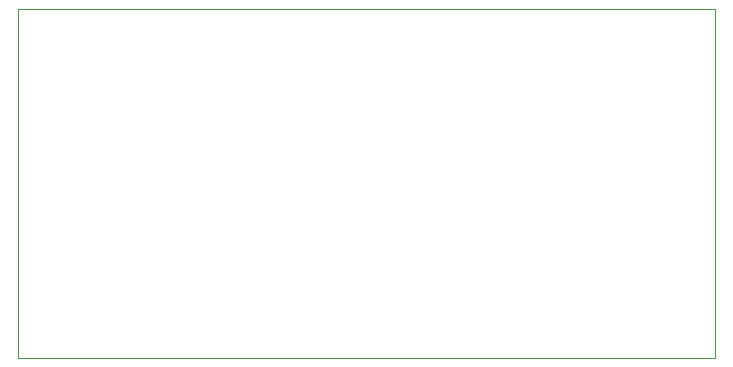
<source format=gbr>
%TF.GenerationSoftware,KiCad,Pcbnew,7.0.10*%
%TF.CreationDate,2024-02-11T13:06:30-05:00*%
%TF.ProjectId,RP2040_Count,52503230-3430-45f4-936f-756e742e6b69,v2*%
%TF.SameCoordinates,Original*%
%TF.FileFunction,Profile,NP*%
%FSLAX46Y46*%
G04 Gerber Fmt 4.6, Leading zero omitted, Abs format (unit mm)*
G04 Created by KiCad (PCBNEW 7.0.10) date 2024-02-11 13:06:30*
%MOMM*%
%LPD*%
G01*
G04 APERTURE LIST*
%TA.AperFunction,Profile*%
%ADD10C,0.100000*%
%TD*%
G04 APERTURE END LIST*
D10*
X99500000Y-72500000D02*
X158500000Y-72500000D01*
X158500000Y-102000000D01*
X99500000Y-102000000D01*
X99500000Y-72500000D01*
M02*

</source>
